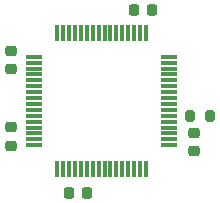
<source format=gbr>
%TF.GenerationSoftware,KiCad,Pcbnew,(6.0.2)*%
%TF.CreationDate,2022-06-14T20:32:41+02:00*%
%TF.ProjectId,SB-Spoko Bezpieczniki,53422d53-706f-46b6-9f20-42657a706965,rev?*%
%TF.SameCoordinates,Original*%
%TF.FileFunction,Paste,Bot*%
%TF.FilePolarity,Positive*%
%FSLAX46Y46*%
G04 Gerber Fmt 4.6, Leading zero omitted, Abs format (unit mm)*
G04 Created by KiCad (PCBNEW (6.0.2)) date 2022-06-14 20:32:41*
%MOMM*%
%LPD*%
G01*
G04 APERTURE LIST*
G04 Aperture macros list*
%AMRoundRect*
0 Rectangle with rounded corners*
0 $1 Rounding radius*
0 $2 $3 $4 $5 $6 $7 $8 $9 X,Y pos of 4 corners*
0 Add a 4 corners polygon primitive as box body*
4,1,4,$2,$3,$4,$5,$6,$7,$8,$9,$2,$3,0*
0 Add four circle primitives for the rounded corners*
1,1,$1+$1,$2,$3*
1,1,$1+$1,$4,$5*
1,1,$1+$1,$6,$7*
1,1,$1+$1,$8,$9*
0 Add four rect primitives between the rounded corners*
20,1,$1+$1,$2,$3,$4,$5,0*
20,1,$1+$1,$4,$5,$6,$7,0*
20,1,$1+$1,$6,$7,$8,$9,0*
20,1,$1+$1,$8,$9,$2,$3,0*%
G04 Aperture macros list end*
%ADD10RoundRect,0.225000X0.225000X0.250000X-0.225000X0.250000X-0.225000X-0.250000X0.225000X-0.250000X0*%
%ADD11RoundRect,0.225000X0.250000X-0.225000X0.250000X0.225000X-0.250000X0.225000X-0.250000X-0.225000X0*%
%ADD12RoundRect,0.225000X-0.250000X0.225000X-0.250000X-0.225000X0.250000X-0.225000X0.250000X0.225000X0*%
%ADD13RoundRect,0.200000X0.200000X0.275000X-0.200000X0.275000X-0.200000X-0.275000X0.200000X-0.275000X0*%
%ADD14R,0.300000X1.475000*%
%ADD15R,1.475000X0.300000*%
G04 APERTURE END LIST*
D10*
%TO.C,C11*%
X242745000Y-73350000D03*
X241195000Y-73350000D03*
%TD*%
%TO.C,C10*%
X237245000Y-88810000D03*
X235695000Y-88810000D03*
%TD*%
D11*
%TO.C,C12*%
X246320000Y-85325000D03*
X246320000Y-83775000D03*
%TD*%
D12*
%TO.C,C13*%
X230790000Y-76785000D03*
X230790000Y-78335000D03*
%TD*%
%TO.C,C14*%
X230790000Y-83295000D03*
X230790000Y-84845000D03*
%TD*%
D13*
%TO.C,R24*%
X247645000Y-82310000D03*
X245995000Y-82310000D03*
%TD*%
D14*
%TO.C,IC1*%
X242220000Y-86798000D03*
X241720000Y-86798000D03*
X241220000Y-86798000D03*
X240720000Y-86798000D03*
X240220000Y-86798000D03*
X239720000Y-86798000D03*
X239220000Y-86798000D03*
X238720000Y-86798000D03*
X238220000Y-86798000D03*
X237720000Y-86798000D03*
X237220000Y-86798000D03*
X236720000Y-86798000D03*
X236220000Y-86798000D03*
X235720000Y-86798000D03*
X235220000Y-86798000D03*
X234720000Y-86798000D03*
D15*
X232732000Y-84810000D03*
X232732000Y-84310000D03*
X232732000Y-83810000D03*
X232732000Y-83310000D03*
X232732000Y-82810000D03*
X232732000Y-82310000D03*
X232732000Y-81810000D03*
X232732000Y-81310000D03*
X232732000Y-80810000D03*
X232732000Y-80310000D03*
X232732000Y-79810000D03*
X232732000Y-79310000D03*
X232732000Y-78810000D03*
X232732000Y-78310000D03*
X232732000Y-77810000D03*
X232732000Y-77310000D03*
D14*
X234720000Y-75322000D03*
X235220000Y-75322000D03*
X235720000Y-75322000D03*
X236220000Y-75322000D03*
X236720000Y-75322000D03*
X237220000Y-75322000D03*
X237720000Y-75322000D03*
X238220000Y-75322000D03*
X238720000Y-75322000D03*
X239220000Y-75322000D03*
X239720000Y-75322000D03*
X240220000Y-75322000D03*
X240720000Y-75322000D03*
X241220000Y-75322000D03*
X241720000Y-75322000D03*
X242220000Y-75322000D03*
D15*
X244208000Y-77310000D03*
X244208000Y-77810000D03*
X244208000Y-78310000D03*
X244208000Y-78810000D03*
X244208000Y-79310000D03*
X244208000Y-79810000D03*
X244208000Y-80310000D03*
X244208000Y-80810000D03*
X244208000Y-81310000D03*
X244208000Y-81810000D03*
X244208000Y-82310000D03*
X244208000Y-82810000D03*
X244208000Y-83310000D03*
X244208000Y-83810000D03*
X244208000Y-84310000D03*
X244208000Y-84810000D03*
%TD*%
M02*

</source>
